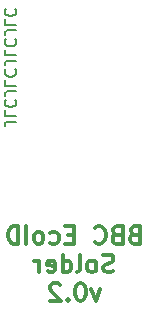
<source format=gbr>
%TF.GenerationSoftware,KiCad,Pcbnew,(6.0.11)*%
%TF.CreationDate,2024-01-12T21:03:44+00:00*%
%TF.ProjectId,EcoIDSolder,45636f49-4453-46f6-9c64-65722e6b6963,rev?*%
%TF.SameCoordinates,Original*%
%TF.FileFunction,Legend,Bot*%
%TF.FilePolarity,Positive*%
%FSLAX46Y46*%
G04 Gerber Fmt 4.6, Leading zero omitted, Abs format (unit mm)*
G04 Created by KiCad (PCBNEW (6.0.11)) date 2024-01-12 21:03:44*
%MOMM*%
%LPD*%
G01*
G04 APERTURE LIST*
%ADD10C,0.300000*%
%ADD11C,0.200000*%
G04 APERTURE END LIST*
D10*
X178306428Y-95257857D02*
X178092142Y-95329285D01*
X178020714Y-95400714D01*
X177949285Y-95543571D01*
X177949285Y-95757857D01*
X178020714Y-95900714D01*
X178092142Y-95972142D01*
X178235000Y-96043571D01*
X178806428Y-96043571D01*
X178806428Y-94543571D01*
X178306428Y-94543571D01*
X178163571Y-94615000D01*
X178092142Y-94686428D01*
X178020714Y-94829285D01*
X178020714Y-94972142D01*
X178092142Y-95115000D01*
X178163571Y-95186428D01*
X178306428Y-95257857D01*
X178806428Y-95257857D01*
X176806428Y-95257857D02*
X176592142Y-95329285D01*
X176520714Y-95400714D01*
X176449285Y-95543571D01*
X176449285Y-95757857D01*
X176520714Y-95900714D01*
X176592142Y-95972142D01*
X176735000Y-96043571D01*
X177306428Y-96043571D01*
X177306428Y-94543571D01*
X176806428Y-94543571D01*
X176663571Y-94615000D01*
X176592142Y-94686428D01*
X176520714Y-94829285D01*
X176520714Y-94972142D01*
X176592142Y-95115000D01*
X176663571Y-95186428D01*
X176806428Y-95257857D01*
X177306428Y-95257857D01*
X174949285Y-95900714D02*
X175020714Y-95972142D01*
X175235000Y-96043571D01*
X175377857Y-96043571D01*
X175592142Y-95972142D01*
X175735000Y-95829285D01*
X175806428Y-95686428D01*
X175877857Y-95400714D01*
X175877857Y-95186428D01*
X175806428Y-94900714D01*
X175735000Y-94757857D01*
X175592142Y-94615000D01*
X175377857Y-94543571D01*
X175235000Y-94543571D01*
X175020714Y-94615000D01*
X174949285Y-94686428D01*
X173163571Y-95257857D02*
X172663571Y-95257857D01*
X172449285Y-96043571D02*
X173163571Y-96043571D01*
X173163571Y-94543571D01*
X172449285Y-94543571D01*
X171163571Y-95972142D02*
X171306428Y-96043571D01*
X171592142Y-96043571D01*
X171735000Y-95972142D01*
X171806428Y-95900714D01*
X171877857Y-95757857D01*
X171877857Y-95329285D01*
X171806428Y-95186428D01*
X171735000Y-95115000D01*
X171592142Y-95043571D01*
X171306428Y-95043571D01*
X171163571Y-95115000D01*
X170306428Y-96043571D02*
X170449285Y-95972142D01*
X170520714Y-95900714D01*
X170592142Y-95757857D01*
X170592142Y-95329285D01*
X170520714Y-95186428D01*
X170449285Y-95115000D01*
X170306428Y-95043571D01*
X170092142Y-95043571D01*
X169949285Y-95115000D01*
X169877857Y-95186428D01*
X169806428Y-95329285D01*
X169806428Y-95757857D01*
X169877857Y-95900714D01*
X169949285Y-95972142D01*
X170092142Y-96043571D01*
X170306428Y-96043571D01*
X169163571Y-96043571D02*
X169163571Y-94543571D01*
X168449285Y-96043571D02*
X168449285Y-94543571D01*
X168092142Y-94543571D01*
X167877857Y-94615000D01*
X167735000Y-94757857D01*
X167663571Y-94900714D01*
X167592142Y-95186428D01*
X167592142Y-95400714D01*
X167663571Y-95686428D01*
X167735000Y-95829285D01*
X167877857Y-95972142D01*
X168092142Y-96043571D01*
X168449285Y-96043571D01*
X176520714Y-98387142D02*
X176306428Y-98458571D01*
X175949285Y-98458571D01*
X175806428Y-98387142D01*
X175735000Y-98315714D01*
X175663571Y-98172857D01*
X175663571Y-98030000D01*
X175735000Y-97887142D01*
X175806428Y-97815714D01*
X175949285Y-97744285D01*
X176235000Y-97672857D01*
X176377857Y-97601428D01*
X176449285Y-97530000D01*
X176520714Y-97387142D01*
X176520714Y-97244285D01*
X176449285Y-97101428D01*
X176377857Y-97030000D01*
X176235000Y-96958571D01*
X175877857Y-96958571D01*
X175663571Y-97030000D01*
X174806428Y-98458571D02*
X174949285Y-98387142D01*
X175020714Y-98315714D01*
X175092142Y-98172857D01*
X175092142Y-97744285D01*
X175020714Y-97601428D01*
X174949285Y-97530000D01*
X174806428Y-97458571D01*
X174592142Y-97458571D01*
X174449285Y-97530000D01*
X174377857Y-97601428D01*
X174306428Y-97744285D01*
X174306428Y-98172857D01*
X174377857Y-98315714D01*
X174449285Y-98387142D01*
X174592142Y-98458571D01*
X174806428Y-98458571D01*
X173449285Y-98458571D02*
X173592142Y-98387142D01*
X173663571Y-98244285D01*
X173663571Y-96958571D01*
X172235000Y-98458571D02*
X172235000Y-96958571D01*
X172235000Y-98387142D02*
X172377857Y-98458571D01*
X172663571Y-98458571D01*
X172806428Y-98387142D01*
X172877857Y-98315714D01*
X172949285Y-98172857D01*
X172949285Y-97744285D01*
X172877857Y-97601428D01*
X172806428Y-97530000D01*
X172663571Y-97458571D01*
X172377857Y-97458571D01*
X172235000Y-97530000D01*
X170949285Y-98387142D02*
X171092142Y-98458571D01*
X171377857Y-98458571D01*
X171520714Y-98387142D01*
X171592142Y-98244285D01*
X171592142Y-97672857D01*
X171520714Y-97530000D01*
X171377857Y-97458571D01*
X171092142Y-97458571D01*
X170949285Y-97530000D01*
X170877857Y-97672857D01*
X170877857Y-97815714D01*
X171592142Y-97958571D01*
X170235000Y-98458571D02*
X170235000Y-97458571D01*
X170235000Y-97744285D02*
X170163571Y-97601428D01*
X170092142Y-97530000D01*
X169949285Y-97458571D01*
X169806428Y-97458571D01*
X175377857Y-99873571D02*
X175020714Y-100873571D01*
X174663571Y-99873571D01*
X173806428Y-99373571D02*
X173663571Y-99373571D01*
X173520714Y-99445000D01*
X173449285Y-99516428D01*
X173377857Y-99659285D01*
X173306428Y-99945000D01*
X173306428Y-100302142D01*
X173377857Y-100587857D01*
X173449285Y-100730714D01*
X173520714Y-100802142D01*
X173663571Y-100873571D01*
X173806428Y-100873571D01*
X173949285Y-100802142D01*
X174020714Y-100730714D01*
X174092142Y-100587857D01*
X174163571Y-100302142D01*
X174163571Y-99945000D01*
X174092142Y-99659285D01*
X174020714Y-99516428D01*
X173949285Y-99445000D01*
X173806428Y-99373571D01*
X172663571Y-100730714D02*
X172592142Y-100802142D01*
X172663571Y-100873571D01*
X172735000Y-100802142D01*
X172663571Y-100730714D01*
X172663571Y-100873571D01*
X172020714Y-99516428D02*
X171949285Y-99445000D01*
X171806428Y-99373571D01*
X171449285Y-99373571D01*
X171306428Y-99445000D01*
X171235000Y-99516428D01*
X171163571Y-99659285D01*
X171163571Y-99802142D01*
X171235000Y-100016428D01*
X172092142Y-100873571D01*
X171163571Y-100873571D01*
D11*
X168317619Y-85699047D02*
X167603333Y-85699047D01*
X167460476Y-85746666D01*
X167365238Y-85841904D01*
X167317619Y-85984761D01*
X167317619Y-86080000D01*
X167317619Y-84746666D02*
X167317619Y-85222857D01*
X168317619Y-85222857D01*
X167412857Y-83841904D02*
X167365238Y-83889523D01*
X167317619Y-84032380D01*
X167317619Y-84127619D01*
X167365238Y-84270476D01*
X167460476Y-84365714D01*
X167555714Y-84413333D01*
X167746190Y-84460952D01*
X167889047Y-84460952D01*
X168079523Y-84413333D01*
X168174761Y-84365714D01*
X168270000Y-84270476D01*
X168317619Y-84127619D01*
X168317619Y-84032380D01*
X168270000Y-83889523D01*
X168222380Y-83841904D01*
X168317619Y-83127619D02*
X167603333Y-83127619D01*
X167460476Y-83175238D01*
X167365238Y-83270476D01*
X167317619Y-83413333D01*
X167317619Y-83508571D01*
X167317619Y-82175238D02*
X167317619Y-82651428D01*
X168317619Y-82651428D01*
X167412857Y-81270476D02*
X167365238Y-81318095D01*
X167317619Y-81460952D01*
X167317619Y-81556190D01*
X167365238Y-81699047D01*
X167460476Y-81794285D01*
X167555714Y-81841904D01*
X167746190Y-81889523D01*
X167889047Y-81889523D01*
X168079523Y-81841904D01*
X168174761Y-81794285D01*
X168270000Y-81699047D01*
X168317619Y-81556190D01*
X168317619Y-81460952D01*
X168270000Y-81318095D01*
X168222380Y-81270476D01*
X168317619Y-80556190D02*
X167603333Y-80556190D01*
X167460476Y-80603809D01*
X167365238Y-80699047D01*
X167317619Y-80841904D01*
X167317619Y-80937142D01*
X167317619Y-79603809D02*
X167317619Y-80080000D01*
X168317619Y-80080000D01*
X167412857Y-78699047D02*
X167365238Y-78746666D01*
X167317619Y-78889523D01*
X167317619Y-78984761D01*
X167365238Y-79127619D01*
X167460476Y-79222857D01*
X167555714Y-79270476D01*
X167746190Y-79318095D01*
X167889047Y-79318095D01*
X168079523Y-79270476D01*
X168174761Y-79222857D01*
X168270000Y-79127619D01*
X168317619Y-78984761D01*
X168317619Y-78889523D01*
X168270000Y-78746666D01*
X168222380Y-78699047D01*
X168317619Y-77984761D02*
X167603333Y-77984761D01*
X167460476Y-78032380D01*
X167365238Y-78127619D01*
X167317619Y-78270476D01*
X167317619Y-78365714D01*
X167317619Y-77032380D02*
X167317619Y-77508571D01*
X168317619Y-77508571D01*
X167412857Y-76127619D02*
X167365238Y-76175238D01*
X167317619Y-76318095D01*
X167317619Y-76413333D01*
X167365238Y-76556190D01*
X167460476Y-76651428D01*
X167555714Y-76699047D01*
X167746190Y-76746666D01*
X167889047Y-76746666D01*
X168079523Y-76699047D01*
X168174761Y-76651428D01*
X168270000Y-76556190D01*
X168317619Y-76413333D01*
X168317619Y-76318095D01*
X168270000Y-76175238D01*
X168222380Y-76127619D01*
M02*

</source>
